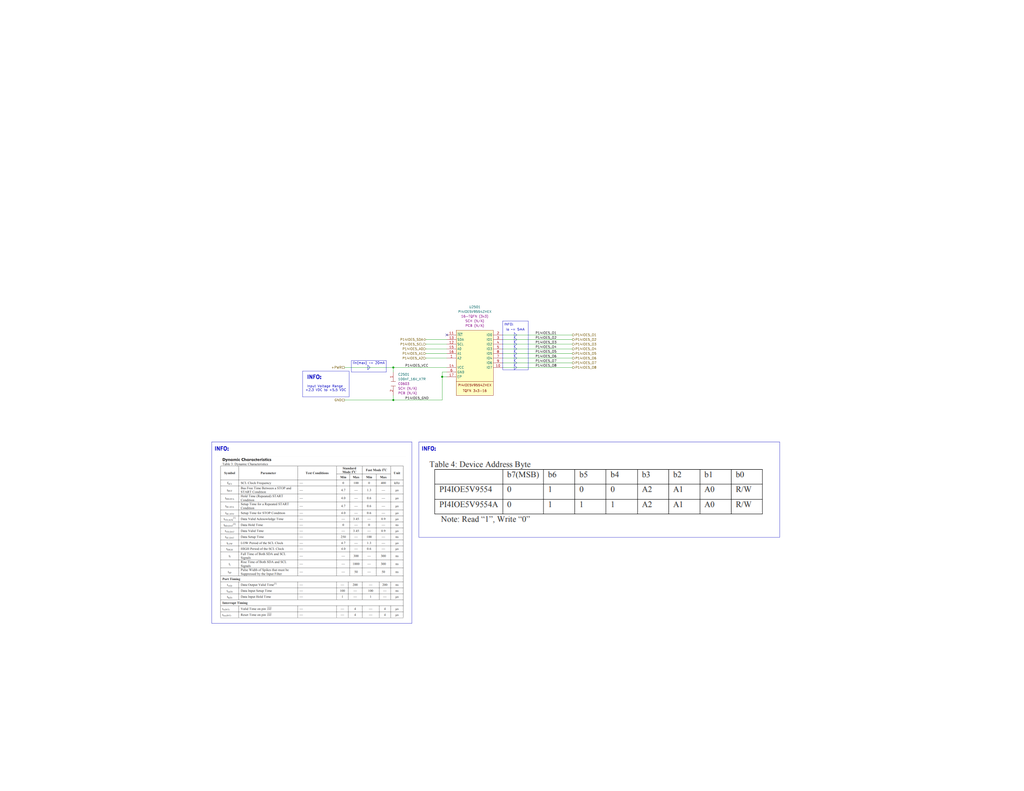
<source format=kicad_sch>
(kicad_sch (version 20231120) (generator "eeschema") (generator_version "8.0")
  (paper "C")
  (title_block (comment 2 "DRAFT"))
  (lib_symbols
    (symbol "_SCHLIB_Qcopter:CAP_CER_100nF_16V_X7R_C0603"
      (property "Reference" "C" (at 3.302 4.318 0))
      (property "Value" "100nF_16V_X7R" (at 3.302 6.858 0))
      (property "Package" "C0603" (at 3.556 36.576 0))
      (property "SCH CHECK" "SCH (N/A)" (at 3.556 31.242 0))
      (property "PCB CHECK" "PCB (N/A)" (at 3.556 33.782 0))
      (symbol "CAP_CER_100nF_16V_X7R_C0603_0_0"
        (polyline (pts (xy 5.08 1.27) (xy 5.08 -1.27)))
        (polyline (pts (xy 7.62 1.27) (xy 7.62 -1.27)))
      )
      (symbol "CAP_CER_100nF_16V_X7R_C0603_1_1"
        (pin passive line (at 0 0 0) (length 5.08) (name "") (number "1"))
        (pin passive line (at 12.7 0 180) (length 5.08) (name "") (number "2"))
      )
    )
    (symbol "_SCHLIB_Qcopter:IC_INTERFACE_PI4IOE5V9554ZHEX_IO Expander_8BIT_I2C_16-TQFN (3x3)"
      (property "Reference" "U" (at 3.556 4.064 0))
      (property "Value" "PI4IOE5V9554ZHEX" (at 3.81 6.604 0))
      (property "Package" "16-TQFN (3x3)" (at 3.81 35.306 0))
      (property "SCH CHECK" "SCH (N/A)" (at 3.81 29.972 0))
      (property "PCB CHECK" "PCB (N/A)" (at 3.81 32.512 0))
      (symbol "IC_INTERFACE_PI4IOE5V9554ZHEX_IO Expander_8BIT_I2C_16-TQFN (3x3)_0_1"
        (polyline (pts (xy 0 -27.94) (xy 20.32 -27.94)))
      )
      (symbol "IC_INTERFACE_PI4IOE5V9554ZHEX_IO Expander_8BIT_I2C_16-TQFN (3x3)_1_0"
        (pin passive line (at -5.08 -25.4 0) (length 5.08) (name "EP") (number "17"))
      )
      (symbol "IC_INTERFACE_PI4IOE5V9554ZHEX_IO Expander_8BIT_I2C_16-TQFN (3x3)_1_1"
        (rectangle (start 0 0) (end 20.32 -35.56) (fill (type background)))
        (text "PI4IOE5V9554ZHEX" (at 10.16 -29.972 0) (effects (font (size 1.27 1.27))))
        (text "TQFN 3x3-16" (at 10.16 -33.02 0) (effects (font (size 1.27 1.27))))
        (pin passive line (at -5.08 -15.24 0) (length 5.08) (name "A2") (number "1"))
        (pin passive line (at 25.4 -20.32 180) (length 5.08) (name "IO7") (number "10"))
        (pin passive line (at -5.08 -2.54 0) (length 5.08) (name "~{INT}") (number "11"))
        (pin passive line (at -5.08 -7.62 0) (length 5.08) (name "SCL") (number "12"))
        (pin passive line (at -5.08 -5.08 0) (length 5.08) (name "SDA") (number "13"))
        (pin passive line (at -5.08 -20.32 0) (length 5.08) (name "VCC") (number "14"))
        (pin passive line (at -5.08 -10.16 0) (length 5.08) (name "A0") (number "15"))
        (pin passive line (at -5.08 -12.7 0) (length 5.08) (name "A1") (number "16"))
        (pin passive line (at 25.4 -2.54 180) (length 5.08) (name "IO0") (number "2"))
        (pin passive line (at 25.4 -5.08 180) (length 5.08) (name "IO1") (number "3"))
        (pin passive line (at 25.4 -7.62 180) (length 5.08) (name "IO2") (number "4"))
        (pin passive line (at 25.4 -10.16 180) (length 5.08) (name "IO3") (number "5"))
        (pin passive line (at -5.08 -22.86 0) (length 5.08) (name "GND") (number "6"))
        (pin passive line (at 25.4 -15.24 180) (length 5.08) (name "IO4") (number "7"))
        (pin passive line (at 25.4 -12.7 180) (length 5.08) (name "IO5") (number "8"))
        (pin passive line (at 25.4 -17.78 180) (length 5.08) (name "IO6") (number "9"))
      )
    )
  )
  (junction (at 241.3 205.74))
  (junction (at 214.63 218.44))
  (junction (at 214.63 200.66))
  (no_connect (at 243.84 182.88))
  (polyline (pts (xy 200.66 201.93) (xy 201.93 200.66)))
  (wire (pts (xy 232.41 190.5) (xy 243.84 190.5)))
  (wire (pts (xy 214.63 218.44) (xy 241.3 218.44)))
  (polyline (pts (xy 280.67 191.77) (xy 281.94 190.5)))
  (polyline (pts (xy 280.67 181.61) (xy 280.67 184.15)))
  (polyline (pts (xy 280.67 189.23) (xy 281.94 187.96)))
  (polyline (pts (xy 280.67 191.77) (xy 281.94 193.04)))
  (wire (pts (xy 232.41 195.58) (xy 243.84 195.58)))
  (wire (pts (xy 232.41 185.42) (xy 243.84 185.42)))
  (wire (pts (xy 232.41 187.96) (xy 243.84 187.96)))
  (wire (pts (xy 241.3 218.44) (xy 241.3 205.74)))
  (polyline (pts (xy 280.67 184.15) (xy 280.67 186.69)))
  (wire (pts (xy 312.42 190.5) (xy 274.32 190.5)))
  (polyline (pts (xy 280.67 194.31) (xy 280.67 196.85)))
  (polyline (pts (xy 280.67 199.39) (xy 280.67 201.93)))
  (polyline (pts (xy 115.57 241.3) (xy 115.57 340.36)))
  (polyline (pts (xy 190.5 216.662) (xy 165.1 216.662)))
  (polyline (pts (xy 280.67 196.85) (xy 281.94 198.12)))
  (polyline (pts (xy 280.67 194.31) (xy 281.94 193.04)))
  (polyline (pts (xy 280.67 186.69) (xy 280.67 189.23)))
  (polyline (pts (xy 280.67 199.39) (xy 281.94 200.66)))
  (polyline (pts (xy 280.67 189.23) (xy 280.67 191.77)))
  (wire (pts (xy 312.42 182.88) (xy 274.32 182.88)))
  (polyline (pts (xy 280.67 196.85) (xy 280.67 199.39)))
  (wire (pts (xy 312.42 187.96) (xy 274.32 187.96)))
  (wire (pts (xy 241.3 205.74) (xy 241.3 203.2)))
  (polyline (pts (xy 280.67 184.15) (xy 281.94 182.88)))
  (wire (pts (xy 214.63 200.66) (xy 214.63 203.2)))
  (polyline (pts (xy 280.67 184.15) (xy 281.94 185.42)))
  (polyline (pts (xy 280.67 201.93) (xy 281.94 200.66)))
  (polyline (pts (xy 165.1 202.692) (xy 165.1 216.662)))
  (wire (pts (xy 274.32 200.66) (xy 312.42 200.66)))
  (wire (pts (xy 312.42 198.12) (xy 274.32 198.12)))
  (polyline (pts (xy 190.5 202.692) (xy 190.5 216.662)))
  (wire (pts (xy 312.42 193.04) (xy 274.32 193.04)))
  (polyline (pts (xy 425.45 241.3) (xy 425.45 293.37)))
  (wire (pts (xy 241.3 205.74) (xy 243.84 205.74)))
  (polyline (pts (xy 224.79 340.36) (xy 115.57 340.36)))
  (polyline (pts (xy 200.66 199.39) (xy 200.66 201.93)))
  (polyline (pts (xy 228.6 241.3) (xy 228.6 293.37)))
  (wire (pts (xy 241.3 203.2) (xy 243.84 203.2)))
  (polyline (pts (xy 280.67 181.61) (xy 281.94 182.88)))
  (polyline (pts (xy 425.45 293.37) (xy 228.6 293.37)))
  (polyline (pts (xy 280.67 186.69) (xy 281.94 185.42)))
  (wire (pts (xy 187.96 218.44) (xy 214.63 218.44)))
  (polyline (pts (xy 115.57 241.3) (xy 224.79 241.3)))
  (polyline (pts (xy 280.67 186.69) (xy 281.94 187.96)))
  (wire (pts (xy 312.42 195.58) (xy 274.32 195.58)))
  (polyline (pts (xy 224.79 241.3) (xy 224.79 340.36)))
  (polyline (pts (xy 280.67 196.85) (xy 281.94 195.58)))
  (polyline (pts (xy 228.6 241.3) (xy 425.45 241.3)))
  (polyline (pts (xy 280.67 189.23) (xy 281.94 190.5)))
  (polyline (pts (xy 165.1 202.692) (xy 190.5 202.692)))
  (polyline (pts (xy 200.66 199.39) (xy 201.93 200.66)))
  (wire (pts (xy 214.63 200.66) (xy 243.84 200.66)))
  (polyline (pts (xy 280.67 194.31) (xy 281.94 195.58)))
  (wire (pts (xy 232.41 193.04) (xy 243.84 193.04)))
  (wire (pts (xy 214.63 215.9) (xy 214.63 218.44)))
  (wire (pts (xy 187.96 200.66) (xy 214.63 200.66)))
  (polyline (pts (xy 280.67 191.77) (xy 280.67 194.31)))
  (wire (pts (xy 312.42 185.42) (xy 274.32 185.42)))
  (polyline (pts (xy 280.67 199.39) (xy 281.94 198.12)))
  (rectangle (start 191.77 196.85) (end 210.82 203.2))
  (rectangle (start 274.32 175.26) (end 288.29 201.93))
  (image (at 326.39 269.24) (scale 0.900572))
  (image (at 170.18 293.37) (scale 0.401843))
  (text "Io ~= 5mA" (at 281.178 180.086 0) (effects (font (size 1.27 1.27))))
  (text "INFO:" (at 167.386 207.264 0) (effects (font (size 2 2) (thickness 0.4) (bold yes)) (justify left bottom)))
  (text "Iin(max) ~= 20mA" (at 201.168 198.374 0) (effects (font (size 1.27 1.27))))
  (text "INFO:" (at 229.87 246.38 0) (effects (font (size 2 2) (thickness 0.4) (bold yes)) (justify left bottom)))
  (text "Input Voltage Range \n+2.3 VDC to +5.5 VDC" (at 177.8 212.09 0) (effects (font (size 1.27 1.27))))
  (text "INFO:" (at 277.622 177.292 0) (effects (font (size 1.27 1.27))))
  (text "INFO:" (at 116.84 246.38 0) (effects (font (size 2 2) (thickness 0.4) (bold yes)) (justify left bottom)))
  (label "P14IOE5_O1" (at 292.1 182.88 0))
  (label "P14IOE5_O2" (at 292.1 185.42 0))
  (label "P14IOE5_O8" (at 292.1 200.66 0))
  (label "P14IOE5_O6" (at 292.1 195.58 0))
  (label "P14IOE5_VCC" (at 220.98 200.66 0))
  (label "P14IOE5_O7" (at 292.1 198.12 0))
  (label "P14IOE5_O3" (at 292.1 187.96 0))
  (label "P14IOE5_O4" (at 292.1 190.5 0))
  (label "P14IOE5_O5" (at 292.1 193.04 0))
  (label "P14IOE5_GND" (at 220.98 218.44 0))
  (hierarchical_label "P14IOE5_O5" (shape output) (at 312.42 193.04 0))
  (hierarchical_label "P14IOE5_SDA" (shape bidirectional) (at 232.41 185.42 180))
  (hierarchical_label "P14IOE5_O4" (shape output) (at 312.42 190.5 0))
  (hierarchical_label "+PWR" (shape passive) (at 187.96 200.66 180))
  (hierarchical_label "GND" (shape passive) (at 187.96 218.44 180))
  (hierarchical_label "P14IOE5_SCL" (shape input) (at 232.41 187.96 180))
  (hierarchical_label "P14IOE5_A2" (shape input) (at 232.41 195.58 180))
  (hierarchical_label "P14IOE5_O7" (shape output) (at 312.42 198.12 0))
  (hierarchical_label "P14IOE5_O1" (shape output) (at 312.42 182.88 0))
  (hierarchical_label "P14IOE5_O2" (shape output) (at 312.42 185.42 0))
  (hierarchical_label "P14IOE5_A1" (shape input) (at 232.41 193.04 180))
  (hierarchical_label "P14IOE5_O8" (shape output) (at 312.42 200.66 0))
  (hierarchical_label "P14IOE5_O6" (shape output) (at 312.42 195.58 0))
  (hierarchical_label "P14IOE5_A0" (shape input) (at 232.41 190.5 180))
  (hierarchical_label "P14IOE5_O3" (shape output) (at 312.42 187.96 0))
  (symbol (lib_id "_SCHLIB_Qcopter:CAP_CER_100nF_16V_X7R_C0603") (at 214.63 203.2 270) (unit 1)
    (property "Reference" "C2501" (at 217.17 204.4699 90) (effects (justify left)))
    (property "Value" "100nF_16V_X7R" (at 217.17 207.0099 90) (effects (justify left)))
    (property "Footprint" "Capacitor_SMD:C_0603_1608Metric" (effects (hide yes)))
    (property "Datasheet" "https://mm.digikey.com/Volume0/opasdata/d220001/medias/docus/609/CL10B104KO8NNNC_Spec.pdf" (effects (hide yes)))
    (property "Description" "0.1 µF ±10% 16V Ceramic Capacitor X7R 0603 (1608 Metric)" (effects (hide yes)))
    (property "Package" "C0603" (at 217.17 209.5499 90) (effects (justify left)))
    (property "Part Number (Manufacturer)" "CL10B104KO8NNNC" (effects (hide yes)))
    (property "Manufacturer" "Samsung Electro-Mechanics" (effects (hide yes)))
    (property "Part Number (Vendor)" "1276-1005-2-ND" (effects (hide yes)))
    (property "Vendor" "Digikey" (effects (hide yes)))
    (property "Purchase Link" "https://www.digikey.ca/en/products/detail/samsung-electro-mechanics/CL10B104KO8NNNC/3886663" (effects (hide yes)))
    (property "SCH CHECK" "SCH (N/A)" (at 217.17 212.0899 90) (effects (justify left)))
    (property "PCB CHECK" "PCB (N/A)" (at 217.17 214.6299 90) (effects (justify left)))
    (instances (project "_Sub_HW_Qcopter" (path "" (reference "C2501") (unit 1)) (path "" (reference "C2601") (unit 1)) (path "" (reference "C2701") (unit 1))))
  )
  (symbol (lib_id "_SCHLIB_Qcopter:IC_INTERFACE_PI4IOE5V9554ZHEX_IO Expander_8BIT_I2C_16-TQFN (3x3)") (at 248.92 180.34 0) (unit 1)
    (property "Reference" "U2501" (at 259.08 167.64 0))
    (property "Value" "PI4IOE5V9554ZHEX" (at 259.08 170.18 0))
    (property "Footprint" "footrpring" (effects (hide yes)))
    (property "Datasheet" "https://www.diodes.com/assets/Datasheets/PI4IOE5V9554-PI4IOE5V9554A.pdf" (effects (hide yes)))
    (property "Description" "I/O Expander 8 I2C, SMBus 400 kHz 16-TQFN (3x3)" (effects (hide yes)))
    (property "Package" "16-TQFN (3x3)" (at 259.08 172.72 0))
    (property "Part Number (Manufacturer)" "PI4IOE5V9554ZHEX" (effects (hide yes)))
    (property "Manufacturer" "Diodes Incorporated" (effects (hide yes)))
    (property "Part Number (Vendor)" "31-PI4IOE5V9554ZHEXTR-ND" (effects (hide yes)))
    (property "Vendor" "Digikey" (effects (hide yes)))
    (property "Purchase Link" "https://www.digikey.ca/en/products/detail/diodes-incorporated/PI4IOE5V9554ZHEX/16547531" (effects (hide yes)))
    (property "SCH CHECK" "SCH (N/A)" (at 259.08 175.26 0))
    (property "PCB CHECK" "PCB (N/A)" (at 259.08 177.8 0))
    (instances (project "_Sub_HW_Qcopter" (path "" (reference "U2501") (unit 1)) (path "" (reference "U2601") (unit 1)) (path "" (reference "U2701") (unit 1))))
  )
)
</source>
